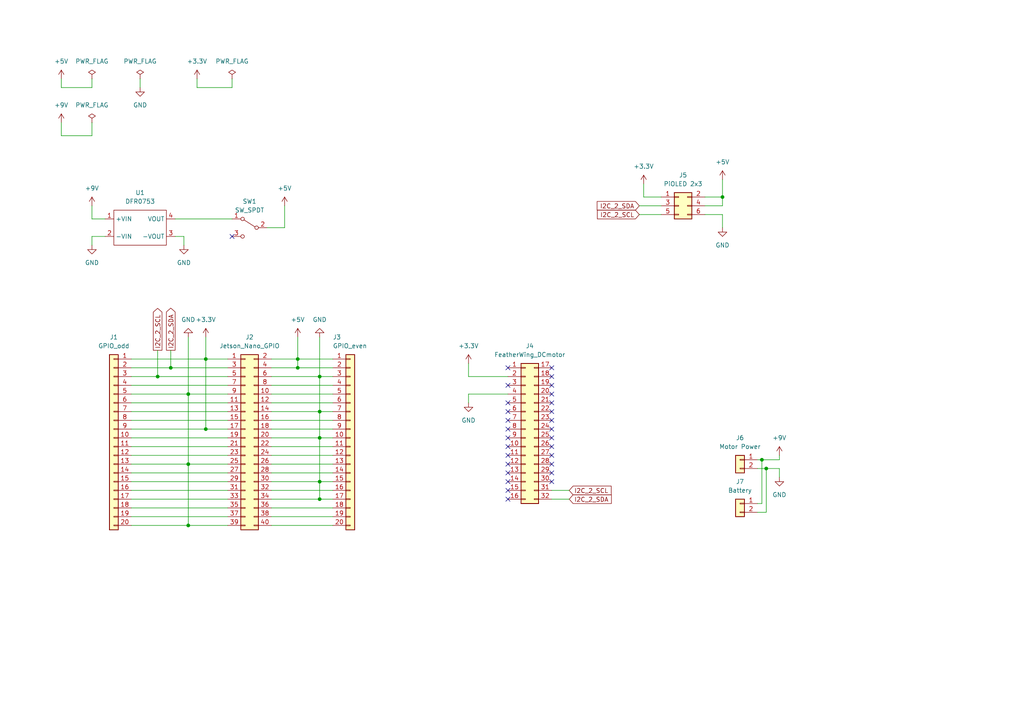
<source format=kicad_sch>
(kicad_sch (version 20211123) (generator eeschema)
  (paper "A4")
  (lib_symbols
    (symbol "Connector_Generic:Conn_01x02" (pin_names (offset 1.016) hide)
      (property "Reference" "J" (at 0 2.54 0))
      (property "Value" "Conn_01x02" (at 0 -5.08 0))
      (symbol "Conn_01x02_1_1"
        (rectangle (start -1.27 -2.413) (end 0 -2.667) (stroke (width 0.1524)))
        (rectangle (start -1.27 0.127) (end 0 -0.127) (stroke (width 0.1524)))
        (rectangle (start -1.27 1.27) (end 1.27 -3.81) (stroke (width 0.254)) (fill (type background)))
        (pin passive line (at -5.08 0 0) (length 3.81) (name "Pin_1") (number "1"))
        (pin passive line (at -5.08 -2.54 0) (length 3.81) (name "Pin_2") (number "2"))
      )
    )
    (symbol "Connector_Generic:Conn_01x20" (pin_names (offset 1.016) hide)
      (property "Reference" "J" (at 0 25.4 0))
      (property "Value" "Conn_01x20" (at 0 -27.94 0))
      (symbol "Conn_01x20_1_1"
        (rectangle (start -1.27 -25.273) (end 0 -25.527) (stroke (width 0.1524)))
        (rectangle (start -1.27 -22.733) (end 0 -22.987) (stroke (width 0.1524)))
        (rectangle (start -1.27 -20.193) (end 0 -20.447) (stroke (width 0.1524)))
        (rectangle (start -1.27 -17.653) (end 0 -17.907) (stroke (width 0.1524)))
        (rectangle (start -1.27 -15.113) (end 0 -15.367) (stroke (width 0.1524)))
        (rectangle (start -1.27 -12.573) (end 0 -12.827) (stroke (width 0.1524)))
        (rectangle (start -1.27 -10.033) (end 0 -10.287) (stroke (width 0.1524)))
        (rectangle (start -1.27 -7.493) (end 0 -7.747) (stroke (width 0.1524)))
        (rectangle (start -1.27 -4.953) (end 0 -5.207) (stroke (width 0.1524)))
        (rectangle (start -1.27 -2.413) (end 0 -2.667) (stroke (width 0.1524)))
        (rectangle (start -1.27 0.127) (end 0 -0.127) (stroke (width 0.1524)))
        (rectangle (start -1.27 2.667) (end 0 2.413) (stroke (width 0.1524)))
        (rectangle (start -1.27 5.207) (end 0 4.953) (stroke (width 0.1524)))
        (rectangle (start -1.27 7.747) (end 0 7.493) (stroke (width 0.1524)))
        (rectangle (start -1.27 10.287) (end 0 10.033) (stroke (width 0.1524)))
        (rectangle (start -1.27 12.827) (end 0 12.573) (stroke (width 0.1524)))
        (rectangle (start -1.27 15.367) (end 0 15.113) (stroke (width 0.1524)))
        (rectangle (start -1.27 17.907) (end 0 17.653) (stroke (width 0.1524)))
        (rectangle (start -1.27 20.447) (end 0 20.193) (stroke (width 0.1524)))
        (rectangle (start -1.27 22.987) (end 0 22.733) (stroke (width 0.1524)))
        (rectangle (start -1.27 24.13) (end 1.27 -26.67) (stroke (width 0.254)) (fill (type background)))
        (pin passive line (at -5.08 22.86 0) (length 3.81) (name "Pin_1") (number "1"))
        (pin passive line (at -5.08 0 0) (length 3.81) (name "Pin_10") (number "10"))
        (pin passive line (at -5.08 -2.54 0) (length 3.81) (name "Pin_11") (number "11"))
        (pin passive line (at -5.08 -5.08 0) (length 3.81) (name "Pin_12") (number "12"))
        (pin passive line (at -5.08 -7.62 0) (length 3.81) (name "Pin_13") (number "13"))
        (pin passive line (at -5.08 -10.16 0) (length 3.81) (name "Pin_14") (number "14"))
        (pin passive line (at -5.08 -12.7 0) (length 3.81) (name "Pin_15") (number "15"))
        (pin passive line (at -5.08 -15.24 0) (length 3.81) (name "Pin_16") (number "16"))
        (pin passive line (at -5.08 -17.78 0) (length 3.81) (name "Pin_17") (number "17"))
        (pin passive line (at -5.08 -20.32 0) (length 3.81) (name "Pin_18") (number "18"))
        (pin passive line (at -5.08 -22.86 0) (length 3.81) (name "Pin_19") (number "19"))
        (pin passive line (at -5.08 20.32 0) (length 3.81) (name "Pin_2") (number "2"))
        (pin passive line (at -5.08 -25.4 0) (length 3.81) (name "Pin_20") (number "20"))
        (pin passive line (at -5.08 17.78 0) (length 3.81) (name "Pin_3") (number "3"))
        (pin passive line (at -5.08 15.24 0) (length 3.81) (name "Pin_4") (number "4"))
        (pin passive line (at -5.08 12.7 0) (length 3.81) (name "Pin_5") (number "5"))
        (pin passive line (at -5.08 10.16 0) (length 3.81) (name "Pin_6") (number "6"))
        (pin passive line (at -5.08 7.62 0) (length 3.81) (name "Pin_7") (number "7"))
        (pin passive line (at -5.08 5.08 0) (length 3.81) (name "Pin_8") (number "8"))
        (pin passive line (at -5.08 2.54 0) (length 3.81) (name "Pin_9") (number "9"))
      )
    )
    (symbol "Connector_Generic:Conn_02x03_Odd_Even" (pin_names (offset 1.016) hide)
      (property "Reference" "J" (at 1.27 5.08 0))
      (property "Value" "Conn_02x03_Odd_Even" (at 1.27 -5.08 0))
      (symbol "Conn_02x03_Odd_Even_1_1"
        (rectangle (start -1.27 -2.413) (end 0 -2.667) (stroke (width 0.1524)))
        (rectangle (start -1.27 0.127) (end 0 -0.127) (stroke (width 0.1524)))
        (rectangle (start -1.27 2.667) (end 0 2.413) (stroke (width 0.1524)))
        (rectangle (start -1.27 3.81) (end 3.81 -3.81) (stroke (width 0.254)) (fill (type background)))
        (rectangle (start 3.81 -2.413) (end 2.54 -2.667) (stroke (width 0.1524)))
        (rectangle (start 3.81 0.127) (end 2.54 -0.127) (stroke (width 0.1524)))
        (rectangle (start 3.81 2.667) (end 2.54 2.413) (stroke (width 0.1524)))
        (pin passive line (at -5.08 2.54 0) (length 3.81) (name "Pin_1") (number "1"))
        (pin passive line (at 7.62 2.54 180) (length 3.81) (name "Pin_2") (number "2"))
        (pin passive line (at -5.08 0 0) (length 3.81) (name "Pin_3") (number "3"))
        (pin passive line (at 7.62 0 180) (length 3.81) (name "Pin_4") (number "4"))
        (pin passive line (at -5.08 -2.54 0) (length 3.81) (name "Pin_5") (number "5"))
        (pin passive line (at 7.62 -2.54 180) (length 3.81) (name "Pin_6") (number "6"))
      )
    )
    (symbol "Connector_Generic:Conn_02x16_Top_Bottom" (pin_names (offset 1.016) hide)
      (property "Reference" "J" (at 1.27 20.32 0))
      (property "Value" "Conn_02x16_Top_Bottom" (at 1.27 -22.86 0))
      (symbol "Conn_02x16_Top_Bottom_1_1"
        (rectangle (start -1.27 -20.193) (end 0 -20.447) (stroke (width 0.1524)))
        (rectangle (start -1.27 -17.653) (end 0 -17.907) (stroke (width 0.1524)))
        (rectangle (start -1.27 -15.113) (end 0 -15.367) (stroke (width 0.1524)))
        (rectangle (start -1.27 -12.573) (end 0 -12.827) (stroke (width 0.1524)))
        (rectangle (start -1.27 -10.033) (end 0 -10.287) (stroke (width 0.1524)))
        (rectangle (start -1.27 -7.493) (end 0 -7.747) (stroke (width 0.1524)))
        (rectangle (start -1.27 -4.953) (end 0 -5.207) (stroke (width 0.1524)))
        (rectangle (start -1.27 -2.413) (end 0 -2.667) (stroke (width 0.1524)))
        (rectangle (start -1.27 0.127) (end 0 -0.127) (stroke (width 0.1524)))
        (rectangle (start -1.27 2.667) (end 0 2.413) (stroke (width 0.1524)))
        (rectangle (start -1.27 5.207) (end 0 4.953) (stroke (width 0.1524)))
        (rectangle (start -1.27 7.747) (end 0 7.493) (stroke (width 0.1524)))
        (rectangle (start -1.27 10.287) (end 0 10.033) (stroke (width 0.1524)))
        (rectangle (start -1.27 12.827) (end 0 12.573) (stroke (width 0.1524)))
        (rectangle (start -1.27 15.367) (end 0 15.113) (stroke (width 0.1524)))
        (rectangle (start -1.27 17.907) (end 0 17.653) (stroke (width 0.1524)))
        (rectangle (start -1.27 19.05) (end 3.81 -21.59) (stroke (width 0.254)) (fill (type background)))
        (rectangle (start 3.81 -20.193) (end 2.54 -20.447) (stroke (width 0.1524)))
        (rectangle (start 3.81 -17.653) (end 2.54 -17.907) (stroke (width 0.1524)))
        (rectangle (start 3.81 -15.113) (end 2.54 -15.367) (stroke (width 0.1524)))
        (rectangle (start 3.81 -12.573) (end 2.54 -12.827) (stroke (width 0.1524)))
        (rectangle (start 3.81 -10.033) (end 2.54 -10.287) (stroke (width 0.1524)))
        (rectangle (start 3.81 -7.493) (end 2.54 -7.747) (stroke (width 0.1524)))
        (rectangle (start 3.81 -4.953) (end 2.54 -5.207) (stroke (width 0.1524)))
        (rectangle (start 3.81 -2.413) (end 2.54 -2.667) (stroke (width 0.1524)))
        (rectangle (start 3.81 0.127) (end 2.54 -0.127) (stroke (width 0.1524)))
        (rectangle (start 3.81 2.667) (end 2.54 2.413) (stroke (width 0.1524)))
        (rectangle (start 3.81 5.207) (end 2.54 4.953) (stroke (width 0.1524)))
        (rectangle (start 3.81 7.747) (end 2.54 7.493) (stroke (width 0.1524)))
        (rectangle (start 3.81 10.287) (end 2.54 10.033) (stroke (width 0.1524)))
        (rectangle (start 3.81 12.827) (end 2.54 12.573) (stroke (width 0.1524)))
        (rectangle (start 3.81 15.367) (end 2.54 15.113) (stroke (width 0.1524)))
        (rectangle (start 3.81 17.907) (end 2.54 17.653) (stroke (width 0.1524)))
        (pin passive line (at -5.08 17.78 0) (length 3.81) (name "Pin_1") (number "1"))
        (pin passive line (at -5.08 -5.08 0) (length 3.81) (name "Pin_10") (number "10"))
        (pin passive line (at -5.08 -7.62 0) (length 3.81) (name "Pin_11") (number "11"))
        (pin passive line (at -5.08 -10.16 0) (length 3.81) (name "Pin_12") (number "12"))
        (pin passive line (at -5.08 -12.7 0) (length 3.81) (name "Pin_13") (number "13"))
        (pin passive line (at -5.08 -15.24 0) (length 3.81) (name "Pin_14") (number "14"))
        (pin passive line (at -5.08 -17.78 0) (length 3.81) (name "Pin_15") (number "15"))
        (pin passive line (at -5.08 -20.32 0) (length 3.81) (name "Pin_16") (number "16"))
        (pin passive line (at 7.62 17.78 180) (length 3.81) (name "Pin_17") (number "17"))
        (pin passive line (at 7.62 15.24 180) (length 3.81) (name "Pin_18") (number "18"))
        (pin passive line (at 7.62 12.7 180) (length 3.81) (name "Pin_19") (number "19"))
        (pin passive line (at -5.08 15.24 0) (length 3.81) (name "Pin_2") (number "2"))
        (pin passive line (at 7.62 10.16 180) (length 3.81) (name "Pin_20") (number "20"))
        (pin passive line (at 7.62 7.62 180) (length 3.81) (name "Pin_21") (number "21"))
        (pin passive line (at 7.62 5.08 180) (length 3.81) (name "Pin_22") (number "22"))
        (pin passive line (at 7.62 2.54 180) (length 3.81) (name "Pin_23") (number "23"))
        (pin passive line (at 7.62 0 180) (length 3.81) (name "Pin_24") (number "24"))
        (pin passive line (at 7.62 -2.54 180) (length 3.81) (name "Pin_25") (number "25"))
        (pin passive line (at 7.62 -5.08 180) (length 3.81) (name "Pin_26") (number "26"))
        (pin passive line (at 7.62 -7.62 180) (length 3.81) (name "Pin_27") (number "27"))
        (pin passive line (at 7.62 -10.16 180) (length 3.81) (name "Pin_28") (number "28"))
        (pin passive line (at 7.62 -12.7 180) (length 3.81) (name "Pin_29") (number "29"))
        (pin passive line (at -5.08 12.7 0) (length 3.81) (name "Pin_3") (number "3"))
        (pin passive line (at 7.62 -15.24 180) (length 3.81) (name "Pin_30") (number "30"))
        (pin passive line (at 7.62 -17.78 180) (length 3.81) (name "Pin_31") (number "31"))
        (pin passive line (at 7.62 -20.32 180) (length 3.81) (name "Pin_32") (number "32"))
        (pin passive line (at -5.08 10.16 0) (length 3.81) (name "Pin_4") (number "4"))
        (pin passive line (at -5.08 7.62 0) (length 3.81) (name "Pin_5") (number "5"))
        (pin passive line (at -5.08 5.08 0) (length 3.81) (name "Pin_6") (number "6"))
        (pin passive line (at -5.08 2.54 0) (length 3.81) (name "Pin_7") (number "7"))
        (pin passive line (at -5.08 0 0) (length 3.81) (name "Pin_8") (number "8"))
        (pin passive line (at -5.08 -2.54 0) (length 3.81) (name "Pin_9") (number "9"))
      )
    )
    (symbol "Connector_Generic:Conn_02x20_Odd_Even" (pin_names (offset 1.016) hide)
      (property "Reference" "J" (at 1.27 25.4 0))
      (property "Value" "Conn_02x20_Odd_Even" (at 1.27 -27.94 0))
      (symbol "Conn_02x20_Odd_Even_1_1"
        (rectangle (start -1.27 -25.273) (end 0 -25.527) (stroke (width 0.1524)))
        (rectangle (start -1.27 -22.733) (end 0 -22.987) (stroke (width 0.1524)))
        (rectangle (start -1.27 -20.193) (end 0 -20.447) (stroke (width 0.1524)))
        (rectangle (start -1.27 -17.653) (end 0 -17.907) (stroke (width 0.1524)))
        (rectangle (start -1.27 -15.113) (end 0 -15.367) (stroke (width 0.1524)))
        (rectangle (start -1.27 -12.573) (end 0 -12.827) (stroke (width 0.1524)))
        (rectangle (start -1.27 -10.033) (end 0 -10.287) (stroke (width 0.1524)))
        (rectangle (start -1.27 -7.493) (end 0 -7.747) (stroke (width 0.1524)))
        (rectangle (start -1.27 -4.953) (end 0 -5.207) (stroke (width 0.1524)))
        (rectangle (start -1.27 -2.413) (end 0 -2.667) (stroke (width 0.1524)))
        (rectangle (start -1.27 0.127) (end 0 -0.127) (stroke (width 0.1524)))
        (rectangle (start -1.27 2.667) (end 0 2.413) (stroke (width 0.1524)))
        (rectangle (start -1.27 5.207) (end 0 4.953) (stroke (width 0.1524)))
        (rectangle (start -1.27 7.747) (end 0 7.493) (stroke (width 0.1524)))
        (rectangle (start -1.27 10.287) (end 0 10.033) (stroke (width 0.1524)))
        (rectangle (start -1.27 12.827) (end 0 12.573) (stroke (width 0.1524)))
        (rectangle (start -1.27 15.367) (end 0 15.113) (stroke (width 0.1524)))
        (rectangle (start -1.27 17.907) (end 0 17.653) (stroke (width 0.1524)))
        (rectangle (start -1.27 20.447) (end 0 20.193) (stroke (width 0.1524)))
        (rectangle (start -1.27 22.987) (end 0 22.733) (stroke (width 0.1524)))
        (rectangle (start -1.27 24.13) (end 3.81 -26.67) (stroke (width 0.254)) (fill (type background)))
        (rectangle (start 3.81 -25.273) (end 2.54 -25.527) (stroke (width 0.1524)))
        (rectangle (start 3.81 -22.733) (end 2.54 -22.987) (stroke (width 0.1524)))
        (rectangle (start 3.81 -20.193) (end 2.54 -20.447) (stroke (width 0.1524)))
        (rectangle (start 3.81 -17.653) (end 2.54 -17.907) (stroke (width 0.1524)))
        (rectangle (start 3.81 -15.113) (end 2.54 -15.367) (stroke (width 0.1524)))
        (rectangle (start 3.81 -12.573) (end 2.54 -12.827) (stroke (width 0.1524)))
        (rectangle (start 3.81 -10.033) (end 2.54 -10.287) (stroke (width 0.1524)))
        (rectangle (start 3.81 -7.493) (end 2.54 -7.747) (stroke (width 0.1524)))
        (rectangle (start 3.81 -4.953) (end 2.54 -5.207) (stroke (width 0.1524)))
        (rectangle (start 3.81 -2.413) (end 2.54 -2.667) (stroke (width 0.1524)))
        (rectangle (start 3.81 0.127) (end 2.54 -0.127) (stroke (width 0.1524)))
        (rectangle (start 3.81 2.667) (end 2.54 2.413) (stroke (width 0.1524)))
        (rectangle (start 3.81 5.207) (end 2.54 4.953) (stroke (width 0.1524)))
        (rectangle (start 3.81 7.747) (end 2.54 7.493) (stroke (width 0.1524)))
        (rectangle (start 3.81 10.287) (end 2.54 10.033) (stroke (width 0.1524)))
        (rectangle (start 3.81 12.827) (end 2.54 12.573) (stroke (width 0.1524)))
        (rectangle (start 3.81 15.367) (end 2.54 15.113) (stroke (width 0.1524)))
        (rectangle (start 3.81 17.907) (end 2.54 17.653) (stroke (width 0.1524)))
        (rectangle (start 3.81 20.447) (end 2.54 20.193) (stroke (width 0.1524)))
        (rectangle (start 3.81 22.987) (end 2.54 22.733) (stroke (width 0.1524)))
        (pin passive line (at -5.08 22.86 0) (length 3.81) (name "Pin_1") (number "1"))
        (pin passive line (at 7.62 12.7 180) (length 3.81) (name "Pin_10") (number "10"))
        (pin passive line (at -5.08 10.16 0) (length 3.81) (name "Pin_11") (number "11"))
        (pin passive line (at 7.62 10.16 180) (length 3.81) (name "Pin_12") (number "12"))
        (pin passive line (at -5.08 7.62 0) (length 3.81) (name "Pin_13") (number "13"))
        (pin passive line (at 7.62 7.62 180) (length 3.81) (name "Pin_14") (number "14"))
        (pin passive line (at -5.08 5.08 0) (length 3.81) (name "Pin_15") (number "15"))
        (pin passive line (at 7.62 5.08 180) (length 3.81) (name "Pin_16") (number "16"))
        (pin passive line (at -5.08 2.54 0) (length 3.81) (name "Pin_17") (number "17"))
        (pin passive line (at 7.62 2.54 180) (length 3.81) (name "Pin_18") (number "18"))
        (pin passive line (at -5.08 0 0) (length 3.81) (name "Pin_19") (number "19"))
        (pin passive line (at 7.62 22.86 180) (length 3.81) (name "Pin_2") (number "2"))
        (pin passive line (at 7.62 0 180) (length 3.81) (name "Pin_20") (number "20"))
        (pin passive line (at -5.08 -2.54 0) (length 3.81) (name "Pin_21") (number "21"))
        (pin passive line (at 7.62 -2.54 180) (length 3.81) (name "Pin_22") (number "22"))
        (pin passive line (at -5.08 -5.08 0) (length 3.81) (name "Pin_23") (number "23"))
        (pin passive line (at 7.62 -5.08 180) (length 3.81) (name "Pin_24") (number "24"))
        (pin passive line (at -5.08 -7.62 0) (length 3.81) (name "Pin_25") (number "25"))
        (pin passive line (at 7.62 -7.62 180) (length 3.81) (name "Pin_26") (number "26"))
        (pin passive line (at -5.08 -10.16 0) (length 3.81) (name "Pin_27") (number "27"))
        (pin passive line (at 7.62 -10.16 180) (length 3.81) (name "Pin_28") (number "28"))
        (pin passive line (at -5.08 -12.7 0) (length 3.81) (name "Pin_29") (number "29"))
        (pin passive line (at -5.08 20.32 0) (length 3.81) (name "Pin_3") (number "3"))
        (pin passive line (at 7.62 -12.7 180) (length 3.81) (name "Pin_30") (number "30"))
        (pin passive line (at -5.08 -15.24 0) (length 3.81) (name "Pin_31") (number "31"))
        (pin passive line (at 7.62 -15.24 180) (length 3.81) (name "Pin_32") (number "32"))
        (pin passive line (at -5.08 -17.78 0) (length 3.81) (name "Pin_33") (number "33"))
        (pin passive line (at 7.62 -17.78 180) (length 3.81) (name "Pin_34") (number "34"))
        (pin passive line (at -5.08 -20.32 0) (length 3.81) (name "Pin_35") (number "35"))
        (pin passive line (at 7.62 -20.32 180) (length 3.81) (name "Pin_36") (number "36"))
        (pin passive line (at -5.08 -22.86 0) (length 3.81) (name "Pin_37") (number "37"))
        (pin passive line (at 7.62 -22.86 180) (length 3.81) (name "Pin_38") (number "38"))
        (pin passive line (at -5.08 -25.4 0) (length 3.81) (name "Pin_39") (number "39"))
        (pin passive line (at 7.62 20.32 180) (length 3.81) (name "Pin_4") (number "4"))
        (pin passive line (at 7.62 -25.4 180) (length 3.81) (name "Pin_40") (number "40"))
        (pin passive line (at -5.08 17.78 0) (length 3.81) (name "Pin_5") (number "5"))
        (pin passive line (at 7.62 17.78 180) (length 3.81) (name "Pin_6") (number "6"))
        (pin passive line (at -5.08 15.24 0) (length 3.81) (name "Pin_7") (number "7"))
        (pin passive line (at 7.62 15.24 180) (length 3.81) (name "Pin_8") (number "8"))
        (pin passive line (at -5.08 12.7 0) (length 3.81) (name "Pin_9") (number "9"))
      )
    )
    (symbol "MyLibrary:DFR0753"
      (property "Reference" "U" (at 0 -6.35 0))
      (property "Value" "DFR0753" (at 0 -8.89 0))
      (symbol "DFR0753_0_1"
        (rectangle (start -7.62 5.08) (end 7.62 -5.08))
      )
      (symbol "DFR0753_1_1"
        (pin power_in line (at -10.16 2.54 0) (length 2.54) (name "+VIN") (number "1"))
        (pin power_in line (at -10.16 -2.54 0) (length 2.54) (name "-VIN") (number "2"))
        (pin input line (at 10.16 -2.54 180) (length 2.54) (name "-VOUT") (number "3"))
        (pin input line (at 10.16 2.54 180) (length 2.54) (name "VOUT") (number "4"))
      )
    )
    (symbol "Switch:SW_SPDT" (pin_names (offset 0) hide)
      (property "Reference" "SW" (at 0 4.318 0))
      (property "Value" "SW_SPDT" (at 0 -5.08 0))
      (symbol "SW_SPDT_0_0"
        (circle (center -2.032 0) (radius 0.508))
        (circle (center 2.032 -2.54) (radius 0.508))
      )
      (symbol "SW_SPDT_0_1"
        (polyline (pts (xy -1.524 0.254) (xy 1.651 2.286)))
        (circle (center 2.032 2.54) (radius 0.508))
      )
      (symbol "SW_SPDT_1_1"
        (pin passive line (at 5.08 2.54 180) (length 2.54) (name "A") (number "1"))
        (pin passive line (at -5.08 0 0) (length 2.54) (name "B") (number "2"))
        (pin passive line (at 5.08 -2.54 180) (length 2.54) (name "C") (number "3"))
      )
    )
    (symbol "power:+3.3V" (power) (pin_names (offset 0))
      (property "Value" "+3.3V" (at 0 3.556 0))
      (symbol "+3.3V_0_1"
        (polyline (pts (xy -0.762 1.27) (xy 0 2.54)))
        (polyline (pts (xy 0 0) (xy 0 2.54)))
        (polyline (pts (xy 0 2.54) (xy 0.762 1.27)))
      )
      (symbol "+3.3V_1_1"
        (pin power_in line (at 0 0 90) (length 0) hide (name "+3.3V") (number "1"))
      )
    )
    (symbol "power:+5V" (power) (pin_names (offset 0))
      (property "Value" "+5V" (at 0 3.556 0))
      (symbol "+5V_0_1"
        (polyline (pts (xy -0.762 1.27) (xy 0 2.54)))
        (polyline (pts (xy 0 0) (xy 0 2.54)))
        (polyline (pts (xy 0 2.54) (xy 0.762 1.27)))
      )
      (symbol "+5V_1_1"
        (pin power_in line (at 0 0 90) (length 0) hide (name "+5V") (number "1"))
      )
    )
    (symbol "power:+9V" (power) (pin_names (offset 0))
      (property "Value" "+9V" (at 0 3.556 0))
      (symbol "+9V_0_1"
        (polyline (pts (xy -0.762 1.27) (xy 0 2.54)))
        (polyline (pts (xy 0 0) (xy 0 2.54)))
        (polyline (pts (xy 0 2.54) (xy 0.762 1.27)))
      )
      (symbol "+9V_1_1"
        (pin power_in line (at 0 0 90) (length 0) hide (name "+9V") (number "1"))
      )
    )
    (symbol "power:GND" (power) (pin_names (offset 0))
      (property "Value" "GND" (at 0 -3.81 0))
      (symbol "GND_0_1"
        (polyline (pts (xy 0 0) (xy 0 -1.27) (xy 1.27 -1.27) (xy 0 -2.54) (xy -1.27 -1.27) (xy 0 -1.27)))
      )
      (symbol "GND_1_1"
        (pin power_in line (at 0 0 270) (length 0) hide (name "GND") (number "1"))
      )
    )
    (symbol "power:PWR_FLAG" (power) (pin_numbers hide) (pin_names (offset 0) hide)
      (property "Value" "PWR_FLAG" (at 0 3.81 0))
      (symbol "PWR_FLAG_0_0"
        (pin power_out line (at 0 0 90) (length 0) (name "pwr") (number "1"))
      )
      (symbol "PWR_FLAG_0_1"
        (polyline (pts (xy 0 0) (xy 0 1.27) (xy -1.016 1.905) (xy 0 2.54) (xy 1.016 1.905) (xy 0 1.27)))
      )
    )
  )
  (junction (at 49.53 106.68))
  (junction (at 86.36 104.14))
  (junction (at 54.61 134.62))
  (junction (at 220.98 133.35))
  (junction (at 92.71 119.38))
  (junction (at 86.36 106.68))
  (junction (at 92.71 109.22))
  (junction (at 45.72 109.22))
  (junction (at 54.61 114.3))
  (junction (at 59.69 124.46))
  (junction (at 92.71 127))
  (junction (at 92.71 139.7))
  (junction (at 59.69 104.14))
  (junction (at 209.55 57.15))
  (junction (at 92.71 144.78))
  (junction (at 222.25 135.89))
  (junction (at 54.61 152.4))
  (no_connect (at 160.02 127))
  (no_connect (at 147.32 137.16))
  (no_connect (at 147.32 121.92))
  (no_connect (at 160.02 106.68))
  (no_connect (at 67.31 68.58))
  (no_connect (at 160.02 116.84))
  (no_connect (at 160.02 114.3))
  (no_connect (at 160.02 134.62))
  (no_connect (at 160.02 119.38))
  (no_connect (at 160.02 124.46))
  (no_connect (at 160.02 109.22))
  (no_connect (at 147.32 106.68))
  (no_connect (at 147.32 111.76))
  (no_connect (at 147.32 139.7))
  (no_connect (at 147.32 132.08))
  (no_connect (at 147.32 134.62))
  (no_connect (at 147.32 124.46))
  (no_connect (at 147.32 119.38))
  (no_connect (at 160.02 121.92))
  (no_connect (at 160.02 132.08))
  (no_connect (at 160.02 129.54))
  (no_connect (at 147.32 144.78))
  (no_connect (at 147.32 127))
  (no_connect (at 160.02 139.7))
  (no_connect (at 147.32 129.54))
  (no_connect (at 160.02 137.16))
  (no_connect (at 147.32 116.84))
  (no_connect (at 160.02 111.76))
  (no_connect (at 147.32 142.24))
  (wire (pts (xy 135.89 109.22) (xy 135.89 105.41)))
  (wire (pts (xy 204.47 59.69) (xy 209.55 59.69)))
  (wire (pts (xy 160.02 142.24) (xy 165.1 142.24)))
  (wire (pts (xy 30.48 63.5) (xy 26.67 63.5)))
  (wire (pts (xy 38.1 121.92) (xy 66.04 121.92)))
  (wire (pts (xy 86.36 104.14) (xy 96.52 104.14)))
  (wire (pts (xy 38.1 147.32) (xy 66.04 147.32)))
  (wire (pts (xy 45.72 101.6) (xy 45.72 109.22)))
  (wire (pts (xy 191.77 57.15) (xy 186.69 57.15)))
  (wire (pts (xy 38.1 124.46) (xy 59.69 124.46)))
  (wire (pts (xy 78.74 147.32) (xy 96.52 147.32)))
  (wire (pts (xy 17.78 39.37) (xy 26.67 39.37)))
  (wire (pts (xy 38.1 129.54) (xy 66.04 129.54)))
  (wire (pts (xy 26.67 63.5) (xy 26.67 59.69)))
  (wire (pts (xy 185.42 62.23) (xy 191.77 62.23)))
  (wire (pts (xy 38.1 119.38) (xy 66.04 119.38)))
  (wire (pts (xy 17.78 35.56) (xy 17.78 39.37)))
  (wire (pts (xy 38.1 114.3) (xy 54.61 114.3)))
  (wire (pts (xy 92.71 144.78) (xy 92.71 139.7)))
  (wire (pts (xy 92.71 119.38) (xy 92.71 109.22)))
  (wire (pts (xy 219.71 135.89) (xy 222.25 135.89)))
  (wire (pts (xy 204.47 57.15) (xy 209.55 57.15)))
  (wire (pts (xy 78.74 129.54) (xy 96.52 129.54)))
  (wire (pts (xy 78.74 106.68) (xy 86.36 106.68)))
  (wire (pts (xy 78.74 149.86) (xy 96.52 149.86)))
  (wire (pts (xy 78.74 134.62) (xy 96.52 134.62)))
  (wire (pts (xy 17.78 22.86) (xy 17.78 25.4)))
  (wire (pts (xy 86.36 106.68) (xy 96.52 106.68)))
  (wire (pts (xy 49.53 101.6) (xy 49.53 106.68)))
  (wire (pts (xy 86.36 106.68) (xy 86.36 104.14)))
  (wire (pts (xy 57.15 25.4) (xy 67.31 25.4)))
  (wire (pts (xy 38.1 109.22) (xy 45.72 109.22)))
  (wire (pts (xy 59.69 104.14) (xy 59.69 97.79)))
  (wire (pts (xy 92.71 127) (xy 92.71 119.38)))
  (wire (pts (xy 209.55 59.69) (xy 209.55 57.15)))
  (wire (pts (xy 78.74 152.4) (xy 96.52 152.4)))
  (wire (pts (xy 38.1 144.78) (xy 66.04 144.78)))
  (wire (pts (xy 86.36 104.14) (xy 86.36 97.79)))
  (wire (pts (xy 38.1 149.86) (xy 66.04 149.86)))
  (wire (pts (xy 49.53 106.68) (xy 66.04 106.68)))
  (wire (pts (xy 78.74 114.3) (xy 96.52 114.3)))
  (wire (pts (xy 67.31 25.4) (xy 67.31 22.86)))
  (wire (pts (xy 220.98 133.35) (xy 226.06 133.35)))
  (wire (pts (xy 78.74 111.76) (xy 96.52 111.76)))
  (wire (pts (xy 38.1 142.24) (xy 66.04 142.24)))
  (wire (pts (xy 186.69 57.15) (xy 186.69 53.34)))
  (wire (pts (xy 53.34 68.58) (xy 53.34 71.12)))
  (wire (pts (xy 40.64 22.86) (xy 40.64 25.4)))
  (wire (pts (xy 54.61 152.4) (xy 54.61 134.62)))
  (wire (pts (xy 26.67 68.58) (xy 26.67 71.12)))
  (wire (pts (xy 135.89 114.3) (xy 135.89 116.84)))
  (wire (pts (xy 92.71 109.22) (xy 92.71 97.79)))
  (wire (pts (xy 57.15 22.86) (xy 57.15 25.4)))
  (wire (pts (xy 78.74 109.22) (xy 92.71 109.22)))
  (wire (pts (xy 26.67 35.56) (xy 26.67 39.37)))
  (wire (pts (xy 78.74 127) (xy 92.71 127)))
  (wire (pts (xy 38.1 104.14) (xy 59.69 104.14)))
  (wire (pts (xy 209.55 57.15) (xy 209.55 52.07)))
  (wire (pts (xy 38.1 137.16) (xy 66.04 137.16)))
  (wire (pts (xy 66.04 114.3) (xy 54.61 114.3)))
  (wire (pts (xy 59.69 104.14) (xy 59.69 124.46)))
  (wire (pts (xy 59.69 124.46) (xy 66.04 124.46)))
  (wire (pts (xy 50.8 63.5) (xy 67.31 63.5)))
  (wire (pts (xy 78.74 121.92) (xy 96.52 121.92)))
  (wire (pts (xy 54.61 114.3) (xy 54.61 97.79)))
  (wire (pts (xy 78.74 142.24) (xy 96.52 142.24)))
  (wire (pts (xy 45.72 109.22) (xy 66.04 109.22)))
  (wire (pts (xy 209.55 62.23) (xy 209.55 66.04)))
  (wire (pts (xy 78.74 137.16) (xy 96.52 137.16)))
  (wire (pts (xy 78.74 124.46) (xy 96.52 124.46)))
  (wire (pts (xy 222.25 148.59) (xy 222.25 135.89)))
  (wire (pts (xy 38.1 152.4) (xy 54.61 152.4)))
  (wire (pts (xy 38.1 134.62) (xy 54.61 134.62)))
  (wire (pts (xy 135.89 114.3) (xy 147.32 114.3)))
  (wire (pts (xy 160.02 144.78) (xy 165.1 144.78)))
  (wire (pts (xy 92.71 144.78) (xy 96.52 144.78)))
  (wire (pts (xy 185.42 59.69) (xy 191.77 59.69)))
  (wire (pts (xy 219.71 148.59) (xy 222.25 148.59)))
  (wire (pts (xy 30.48 68.58) (xy 26.67 68.58)))
  (wire (pts (xy 78.74 116.84) (xy 96.52 116.84)))
  (wire (pts (xy 92.71 109.22) (xy 96.52 109.22)))
  (wire (pts (xy 38.1 111.76) (xy 66.04 111.76)))
  (wire (pts (xy 38.1 106.68) (xy 49.53 106.68)))
  (wire (pts (xy 226.06 135.89) (xy 226.06 138.43)))
  (wire (pts (xy 26.67 25.4) (xy 26.67 22.86)))
  (wire (pts (xy 147.32 109.22) (xy 135.89 109.22)))
  (wire (pts (xy 92.71 119.38) (xy 96.52 119.38)))
  (wire (pts (xy 92.71 139.7) (xy 92.71 127)))
  (wire (pts (xy 50.8 68.58) (xy 53.34 68.58)))
  (wire (pts (xy 92.71 127) (xy 96.52 127)))
  (wire (pts (xy 54.61 134.62) (xy 54.61 114.3)))
  (wire (pts (xy 38.1 139.7) (xy 66.04 139.7)))
  (wire (pts (xy 220.98 133.35) (xy 220.98 146.05)))
  (wire (pts (xy 38.1 132.08) (xy 66.04 132.08)))
  (wire (pts (xy 77.47 66.04) (xy 82.55 66.04)))
  (wire (pts (xy 204.47 62.23) (xy 209.55 62.23)))
  (wire (pts (xy 92.71 139.7) (xy 96.52 139.7)))
  (wire (pts (xy 38.1 127) (xy 66.04 127)))
  (wire (pts (xy 78.74 132.08) (xy 96.52 132.08)))
  (wire (pts (xy 78.74 119.38) (xy 92.71 119.38)))
  (wire (pts (xy 78.74 139.7) (xy 92.71 139.7)))
  (wire (pts (xy 66.04 152.4) (xy 54.61 152.4)))
  (wire (pts (xy 78.74 104.14) (xy 86.36 104.14)))
  (wire (pts (xy 82.55 66.04) (xy 82.55 59.69)))
  (wire (pts (xy 78.74 144.78) (xy 92.71 144.78)))
  (wire (pts (xy 222.25 135.89) (xy 226.06 135.89)))
  (wire (pts (xy 219.71 133.35) (xy 220.98 133.35)))
  (wire (pts (xy 66.04 104.14) (xy 59.69 104.14)))
  (wire (pts (xy 17.78 25.4) (xy 26.67 25.4)))
  (wire (pts (xy 38.1 116.84) (xy 66.04 116.84)))
  (wire (pts (xy 226.06 133.35) (xy 226.06 132.08)))
  (wire (pts (xy 219.71 146.05) (xy 220.98 146.05)))
  (wire (pts (xy 66.04 134.62) (xy 54.61 134.62)))
  (global_label "I2C_2_SCL" (shape input) (at 185.42 62.23 180) (property "Intersheet References" "${INTERSHEET_REFS}" (effects hide)))
  (global_label "I2C_2_SDA" (shape input) (at 165.1 144.78 0) (property "Intersheet References" "${INTERSHEET_REFS}" (effects hide)))
  (global_label "I2C_2_SDA" (shape input) (at 185.42 59.69 180) (property "Intersheet References" "${INTERSHEET_REFS}" (effects hide)))
  (global_label "I2C_2_SCL" (shape output) (at 45.72 101.6 90) (property "Intersheet References" "${INTERSHEET_REFS}" (effects hide)))
  (global_label "I2C_2_SCL" (shape input) (at 165.1 142.24 0) (property "Intersheet References" "${INTERSHEET_REFS}" (effects hide)))
  (global_label "I2C_2_SDA" (shape output) (at 49.53 101.6 90) (property "Intersheet References" "${INTERSHEET_REFS}" (effects hide)))
  (symbol (lib_id "power:+5V") (at 86.36 97.79 0) (unit 1)
    (property "Reference" "#PWR011" (effects hide))
    (property "Value" "+5V" (at 86.36 92.71 0))
  )
  (symbol (lib_id "power:PWR_FLAG") (at 26.67 22.86 0) (unit 1)
    (property "Reference" "#FLG01" (effects hide))
    (property "Value" "PWR_FLAG" (at 26.67 17.78 0))
  )
  (symbol (lib_id "MyLibrary:DFR0753") (at 40.64 66.04 0) (unit 1)
    (property "Reference" "U1" (at 40.64 55.88 0))
    (property "Value" "DFR0753" (at 40.64 58.42 0))
    (property "Footprint" "extension_circuit_board:DFR0753" (effects hide))
  )
  (symbol (lib_id "power:+3.3V") (at 186.69 53.34 0) (unit 1)
    (property "Reference" "#PWR015" (effects hide))
    (property "Value" "+3.3V" (at 186.69 48.26 0))
  )
  (symbol (lib_id "Connector_Generic:Conn_02x16_Top_Bottom") (at 152.4 124.46 0) (unit 1)
    (property "Reference" "J4" (at 153.67 100.33 0))
    (property "Value" "FeatherWing_DCmotor" (at 153.67 102.87 0))
    (property "Footprint" "extension_circuit_board:FeatherWing_DC_Motor_Driver" (effects hide))
  )
  (symbol (lib_id "power:+3.3V") (at 57.15 22.86 0) (unit 1)
    (property "Reference" "#PWR08" (effects hide))
    (property "Value" "+3.3V" (at 57.15 17.78 0))
  )
  (symbol (lib_id "Connector_Generic:Conn_01x02") (at 214.63 133.35 0) (mirror y) (unit 1)
    (property "Reference" "J6" (at 214.63 127 0))
    (property "Value" "Motor Power" (at 214.63 129.54 0))
    (property "Footprint" "extension_circuit_board:Jetson Nano Power" (effects hide))
  )
  (symbol (lib_id "Connector_Generic:Conn_01x02") (at 214.63 146.05 0) (mirror y) (unit 1)
    (property "Reference" "J7" (at 214.63 139.7 0))
    (property "Value" "Battery" (at 214.63 142.24 0))
    (property "Footprint" "extension_circuit_board:Jetson Nano Power" (effects hide))
  )
  (symbol (lib_id "power:+5V") (at 82.55 59.69 0) (unit 1)
    (property "Reference" "#PWR010" (effects hide))
    (property "Value" "+5V" (at 82.55 54.61 0))
  )
  (symbol (lib_id "power:GND") (at 53.34 71.12 0) (unit 1)
    (property "Reference" "#PWR06" (effects hide))
    (property "Value" "GND" (at 53.34 76.2 0))
  )
  (symbol (lib_id "power:GND") (at 40.64 25.4 0) (unit 1)
    (property "Reference" "#PWR05" (effects hide))
    (property "Value" "GND" (at 40.64 30.48 0))
  )
  (symbol (lib_id "Connector_Generic:Conn_01x20") (at 101.6 127 0) (unit 1)
    (property "Reference" "J3" (at 96.52 97.79 0) (effects (justify left)))
    (property "Value" "GPIO_even" (at 96.52 100.33 0) (effects (justify left)))
    (property "Footprint" "Connector_PinHeader_2.54mm:PinHeader_1x20_P2.54mm_Vertical" (effects hide))
  )
  (symbol (lib_id "power:GND") (at 54.61 97.79 180) (unit 1)
    (property "Reference" "#PWR07" (effects hide))
    (property "Value" "GND" (at 54.61 92.71 0))
  )
  (symbol (lib_id "power:PWR_FLAG") (at 26.67 35.56 0) (unit 1)
    (property "Reference" "#FLG02" (effects hide))
    (property "Value" "PWR_FLAG" (at 26.67 30.48 0))
  )
  (symbol (lib_id "power:+9V") (at 26.67 59.69 0) (unit 1)
    (property "Reference" "#PWR03" (effects hide))
    (property "Value" "+9V" (at 26.67 54.61 0))
  )
  (symbol (lib_id "power:GND") (at 92.71 97.79 180) (unit 1)
    (property "Reference" "#PWR012" (effects hide))
    (property "Value" "GND" (at 92.71 92.71 0))
  )
  (symbol (lib_id "Connector_Generic:Conn_02x03_Odd_Even") (at 196.85 59.69 0) (unit 1)
    (property "Reference" "J5" (at 198.12 50.8 0))
    (property "Value" "PiOLED 2x3" (at 198.12 53.34 0))
    (property "Footprint" "Connector_PinHeader_2.54mm:PinHeader_2x03_P2.54mm_Vertical" (effects hide))
  )
  (symbol (lib_id "power:GND") (at 135.89 116.84 0) (unit 1)
    (property "Reference" "#PWR014" (effects hide))
    (property "Value" "GND" (at 135.89 121.92 0))
  )
  (symbol (lib_id "power:+5V") (at 209.55 52.07 0) (unit 1)
    (property "Reference" "#PWR016" (effects hide))
    (property "Value" "+5V" (at 209.55 46.99 0))
  )
  (symbol (lib_id "power:GND") (at 26.67 71.12 0) (unit 1)
    (property "Reference" "#PWR04" (effects hide))
    (property "Value" "GND" (at 26.67 76.2 0))
  )
  (symbol (lib_id "power:GND") (at 209.55 66.04 0) (unit 1)
    (property "Reference" "#PWR017" (effects hide))
    (property "Value" "GND" (at 209.55 71.12 0))
  )
  (symbol (lib_id "power:GND") (at 226.06 138.43 0) (unit 1)
    (property "Reference" "#PWR019" (effects hide))
    (property "Value" "GND" (at 226.06 143.51 0))
  )
  (symbol (lib_id "power:+9V") (at 226.06 132.08 0) (unit 1)
    (property "Reference" "#PWR018" (effects hide))
    (property "Value" "+9V" (at 226.06 127 0))
  )
  (symbol (lib_id "Connector_Generic:Conn_01x20") (at 33.02 127 0) (mirror y) (unit 1)
    (property "Reference" "J1" (at 33.02 97.79 0))
    (property "Value" "GPIO_odd" (at 33.02 100.33 0))
    (property "Footprint" "Connector_PinHeader_2.54mm:PinHeader_1x20_P2.54mm_Vertical" (effects hide))
  )
  (symbol (lib_id "power:+3.3V") (at 135.89 105.41 0) (unit 1)
    (property "Reference" "#PWR013" (effects hide))
    (property "Value" "+3.3V" (at 135.89 100.33 0))
  )
  (symbol (lib_id "Switch:SW_SPDT") (at 72.39 66.04 0) (mirror y) (unit 1)
    (property "Reference" "SW1" (at 72.39 58.42 0))
    (property "Value" "SW_SPDT" (at 72.39 60.96 0))
    (property "Footprint" "extension_circuit_board:AE_SW_TOGGLE" (effects hide))
  )
  (symbol (lib_id "power:+5V") (at 17.78 22.86 0) (unit 1)
    (property "Reference" "#PWR01" (effects hide))
    (property "Value" "+5V" (at 17.78 17.78 0))
  )
  (symbol (lib_id "power:PWR_FLAG") (at 67.31 22.86 0) (unit 1)
    (property "Reference" "#FLG04" (effects hide))
    (property "Value" "PWR_FLAG" (at 67.31 17.78 0))
  )
  (symbol (lib_id "Connector_Generic:Conn_02x20_Odd_Even") (at 71.12 127 0) (unit 1)
    (property "Reference" "J2" (at 72.39 97.79 0))
    (property "Value" "Jetson_Nano_GPIO" (at 72.39 100.33 0))
    (property "Footprint" "Connector_PinHeader_2.54mm:PinHeader_2x20_P2.54mm_Vertical" (effects hide))
  )
  (symbol (lib_id "power:PWR_FLAG") (at 40.64 22.86 0) (unit 1)
    (property "Reference" "#FLG03" (effects hide))
    (property "Value" "PWR_FLAG" (at 40.64 17.78 0))
  )
  (symbol (lib_id "power:+3.3V") (at 59.69 97.79 0) (unit 1)
    (property "Reference" "#PWR09" (effects hide))
    (property "Value" "+3.3V" (at 59.69 92.71 0))
  )
  (symbol (lib_id "power:+9V") (at 17.78 35.56 0) (unit 1)
    (property "Reference" "#PWR02" (effects hide))
    (property "Value" "+9V" (at 17.78 30.48 0))
  )
)
</source>
